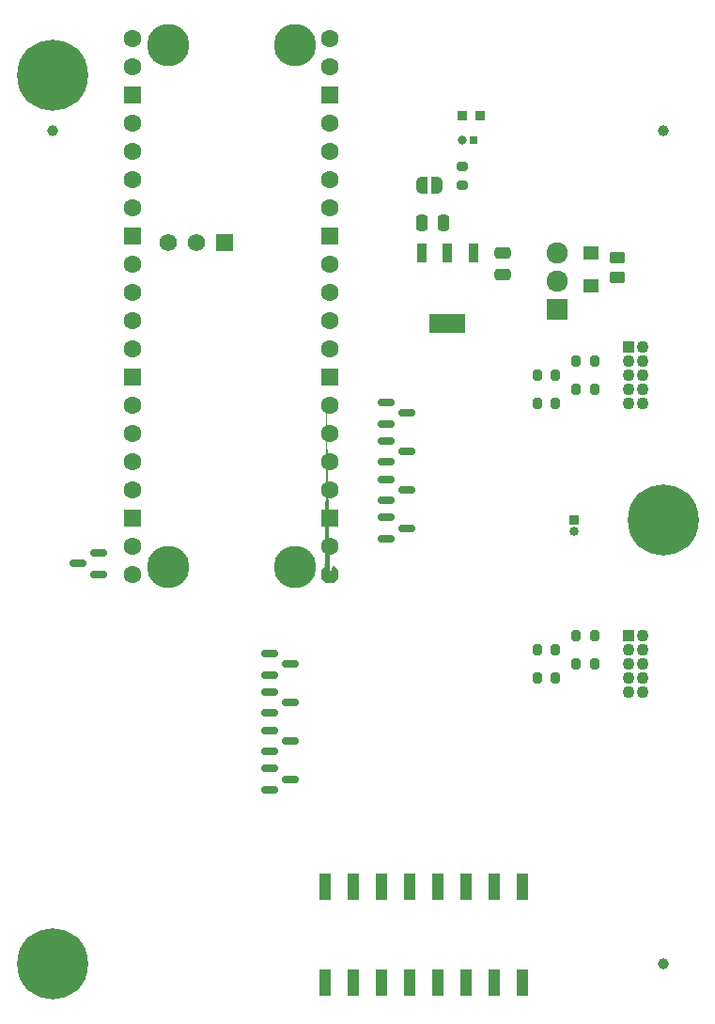
<source format=gbr>
%TF.GenerationSoftware,KiCad,Pcbnew,(6.0.8)*%
%TF.CreationDate,2023-01-02T23:21:26-08:00*%
%TF.ProjectId,picow_ssr_control,7069636f-775f-4737-9372-5f636f6e7472,0.0.8*%
%TF.SameCoordinates,PXfbc520PY6516e80*%
%TF.FileFunction,Soldermask,Top*%
%TF.FilePolarity,Negative*%
%FSLAX46Y46*%
G04 Gerber Fmt 4.6, Leading zero omitted, Abs format (unit mm)*
G04 Created by KiCad (PCBNEW (6.0.8)) date 2023-01-02 23:21:26*
%MOMM*%
%LPD*%
G01*
G04 APERTURE LIST*
G04 Aperture macros list*
%AMRoundRect*
0 Rectangle with rounded corners*
0 $1 Rounding radius*
0 $2 $3 $4 $5 $6 $7 $8 $9 X,Y pos of 4 corners*
0 Add a 4 corners polygon primitive as box body*
4,1,4,$2,$3,$4,$5,$6,$7,$8,$9,$2,$3,0*
0 Add four circle primitives for the rounded corners*
1,1,$1+$1,$2,$3*
1,1,$1+$1,$4,$5*
1,1,$1+$1,$6,$7*
1,1,$1+$1,$8,$9*
0 Add four rect primitives between the rounded corners*
20,1,$1+$1,$2,$3,$4,$5,0*
20,1,$1+$1,$4,$5,$6,$7,0*
20,1,$1+$1,$6,$7,$8,$9,0*
20,1,$1+$1,$8,$9,$2,$3,0*%
%AMFreePoly0*
4,1,20,0.000000,0.744959,0.073905,0.744508,0.209726,0.703889,0.328688,0.626782,0.421226,0.519385,0.479903,0.390333,0.500000,0.250000,0.500000,-0.250000,0.499851,-0.262216,0.476331,-0.402017,0.414519,-0.529596,0.319384,-0.634700,0.198574,-0.708877,0.061801,-0.746166,0.000000,-0.745033,0.000000,-0.750000,-0.500000,-0.750000,-0.500000,0.750000,0.000000,0.750000,0.000000,0.744959,
0.000000,0.744959,$1*%
%AMFreePoly1*
4,1,22,0.500000,-0.750000,0.000000,-0.750000,0.000000,-0.745033,-0.079941,-0.743568,-0.215256,-0.701293,-0.333266,-0.622738,-0.424486,-0.514219,-0.481581,-0.384460,-0.499164,-0.250000,-0.500000,-0.250000,-0.500000,0.250000,-0.499164,0.250000,-0.499963,0.256109,-0.478152,0.396186,-0.417904,0.524511,-0.324060,0.630769,-0.204165,0.706417,-0.067858,0.745374,0.000000,0.744959,0.000000,0.750000,
0.500000,0.750000,0.500000,-0.750000,0.500000,-0.750000,$1*%
%AMFreePoly2*
4,1,57,0.281438,0.792513,0.314631,0.788760,0.324366,0.782642,0.335575,0.780064,0.361670,0.759195,0.389950,0.741421,0.741668,0.389704,0.759398,0.361385,0.780215,0.335261,0.782772,0.324050,0.788875,0.314303,0.792571,0.281098,0.800000,0.248529,0.800000,-0.248878,0.792513,-0.281438,0.788760,-0.314632,0.782641,-0.324367,0.780064,-0.335575,0.759196,-0.361669,0.741421,-0.389950,
0.389704,-0.741668,0.361385,-0.759398,0.335261,-0.780215,0.324050,-0.782772,0.314303,-0.788875,0.281098,-0.792571,0.248529,-0.800000,-0.248878,-0.800000,-0.281438,-0.792513,-0.314632,-0.788760,-0.324367,-0.782641,-0.335575,-0.780064,-0.361669,-0.759196,-0.389950,-0.741421,-0.741668,-0.389704,-0.759398,-0.361385,-0.780215,-0.335261,-0.782772,-0.324050,-0.788875,-0.314303,-0.792571,-0.281098,
-0.800000,-0.248529,-0.800000,0.248878,-0.792513,0.281438,-0.788760,0.314631,-0.782642,0.324366,-0.780064,0.335575,-0.759195,0.361670,-0.741421,0.389950,-0.389704,0.741668,-0.361385,0.759398,-0.335261,0.780215,-0.324050,0.782772,-0.314303,0.788875,-0.281098,0.792571,-0.248529,0.800000,0.248878,0.800000,0.281438,0.792513,0.281438,0.792513,$1*%
G04 Aperture macros list end*
%ADD10R,0.950000X1.750000*%
%ADD11R,3.200000X1.750000*%
%ADD12R,0.850000X0.850000*%
%ADD13O,0.850000X0.850000*%
%ADD14RoundRect,0.200000X0.200000X0.275000X-0.200000X0.275000X-0.200000X-0.275000X0.200000X-0.275000X0*%
%ADD15RoundRect,0.200000X-0.200000X-0.275000X0.200000X-0.275000X0.200000X0.275000X-0.200000X0.275000X0*%
%ADD16RoundRect,0.150000X-0.587500X-0.150000X0.587500X-0.150000X0.587500X0.150000X-0.587500X0.150000X0*%
%ADD17C,1.090000*%
%ADD18R,1.090000X1.090000*%
%ADD19RoundRect,0.150000X0.587500X0.150000X-0.587500X0.150000X-0.587500X-0.150000X0.587500X-0.150000X0*%
%ADD20RoundRect,0.250000X-0.250000X-0.475000X0.250000X-0.475000X0.250000X0.475000X-0.250000X0.475000X0*%
%ADD21C,1.000000*%
%ADD22R,1.130000X2.440000*%
%ADD23RoundRect,0.200000X0.275000X-0.200000X0.275000X0.200000X-0.275000X0.200000X-0.275000X-0.200000X0*%
%ADD24RoundRect,0.250000X0.450000X-0.262500X0.450000X0.262500X-0.450000X0.262500X-0.450000X-0.262500X0*%
%ADD25C,0.800000*%
%ADD26C,6.400000*%
%ADD27RoundRect,0.250000X-0.475000X0.250000X-0.475000X-0.250000X0.475000X-0.250000X0.475000X0.250000X0*%
%ADD28R,0.800000X0.800000*%
%ADD29C,1.920000*%
%ADD30R,1.920000X1.920000*%
%ADD31R,1.400000X1.300000*%
%ADD32R,0.900000X0.950000*%
%ADD33FreePoly0,0.000000*%
%ADD34FreePoly1,0.000000*%
%ADD35C,3.800000*%
%ADD36FreePoly2,180.000000*%
%ADD37C,1.600000*%
%ADD38RoundRect,0.200000X0.600000X0.600000X-0.600000X0.600000X-0.600000X-0.600000X0.600000X-0.600000X0*%
%ADD39R,1.574800X1.574800*%
%ADD40C,1.574800*%
G04 APERTURE END LIST*
D10*
%TO.C,REG1*%
X42900000Y69000000D03*
X40600000Y69000000D03*
X38300000Y69000000D03*
D11*
X40600000Y62700000D03*
%TD*%
D12*
%TO.C,JS2*%
X52000000Y45000000D03*
D13*
X52000000Y44000000D03*
%TD*%
D14*
%TO.C,RS4*%
X50325000Y55460000D03*
X48675000Y55460000D03*
%TD*%
D15*
%TO.C,RS7*%
X48675000Y33270000D03*
X50325000Y33270000D03*
%TD*%
D16*
%TO.C,QD8*%
X24562500Y32950000D03*
X24562500Y31050000D03*
X26437500Y32000000D03*
%TD*%
D17*
%TO.C,JCNTL2*%
X58135000Y29460000D03*
X56865000Y29460000D03*
X58135000Y30730000D03*
X56865000Y30730000D03*
X58135000Y32000000D03*
X56865000Y32000000D03*
X58135000Y33270000D03*
X56865000Y33270000D03*
X58135000Y34540000D03*
D18*
X56865000Y34540000D03*
%TD*%
D15*
%TO.C,RS1*%
X52175000Y59270000D03*
X53825000Y59270000D03*
%TD*%
D19*
%TO.C,Q2*%
X9137500Y40100000D03*
X9137500Y42000000D03*
X7262500Y41050000D03*
%TD*%
D15*
%TO.C,RS5*%
X48675000Y30730000D03*
X50325000Y30730000D03*
%TD*%
%TO.C,RS2*%
X48675000Y58000000D03*
X50325000Y58000000D03*
%TD*%
D20*
%TO.C,C2*%
X40200000Y71750000D03*
X38300000Y71750000D03*
%TD*%
D21*
%TO.C,FID1*%
X5000000Y80000000D03*
%TD*%
D22*
%TO.C,S1*%
X29600000Y11950000D03*
X32140000Y11950000D03*
X34680000Y11950000D03*
X37220000Y11950000D03*
X39760000Y11950000D03*
X42300000Y11950000D03*
X44840000Y11950000D03*
X47380000Y11950000D03*
X47380000Y3350000D03*
X44840000Y3350000D03*
X42300000Y3350000D03*
X39760000Y3350000D03*
X37220000Y3350000D03*
X34680000Y3350000D03*
X32140000Y3350000D03*
X29600000Y3350000D03*
%TD*%
D21*
%TO.C,FID3*%
X60000000Y5000000D03*
%TD*%
D23*
%TO.C,RL1*%
X41950000Y76800000D03*
X41950000Y75150000D03*
%TD*%
D24*
%TO.C,RP1*%
X55850000Y68622500D03*
X55850000Y66797500D03*
%TD*%
D25*
%TO.C,H2*%
X2600000Y5000000D03*
X6697056Y6697056D03*
X3302944Y3302944D03*
X7400000Y5000000D03*
D26*
X5000000Y5000000D03*
D25*
X5000000Y7400000D03*
X5000000Y2600000D03*
X3302944Y6697056D03*
X6697056Y3302944D03*
%TD*%
%TO.C,H1*%
X5000000Y82600000D03*
D26*
X5000000Y85000000D03*
D25*
X7400000Y85000000D03*
X5000000Y87400000D03*
X3302944Y86697056D03*
X2600000Y85000000D03*
X6697056Y86697056D03*
X6697056Y83302944D03*
X3302944Y83302944D03*
%TD*%
D15*
%TO.C,RS6*%
X52175000Y32000000D03*
X53825000Y32000000D03*
%TD*%
D16*
%TO.C,QD2*%
X35062500Y52100000D03*
X35062500Y50200000D03*
X36937500Y51150000D03*
%TD*%
%TO.C,QD1*%
X36937500Y54600000D03*
X35062500Y53650000D03*
X35062500Y55550000D03*
%TD*%
D27*
%TO.C,C1*%
X45550000Y67100000D03*
X45550000Y69000000D03*
%TD*%
D25*
%TO.C,JL1*%
X41950000Y79150000D03*
D28*
X42950000Y79150000D03*
%TD*%
D16*
%TO.C,QD6*%
X26437500Y25100000D03*
X24562500Y24150000D03*
X24562500Y26050000D03*
%TD*%
D29*
%TO.C,Q1*%
X50500000Y69000000D03*
X50500000Y66460000D03*
D30*
X50500000Y63920000D03*
%TD*%
D15*
%TO.C,RS8*%
X52175000Y34540000D03*
X53825000Y34540000D03*
%TD*%
%TO.C,RS3*%
X52175000Y56730000D03*
X53825000Y56730000D03*
%TD*%
D16*
%TO.C,QD4*%
X35062500Y45200000D03*
X35062500Y43300000D03*
X36937500Y44250000D03*
%TD*%
D31*
%TO.C,ZD1*%
X53550000Y66100000D03*
X53550000Y69000000D03*
%TD*%
D32*
%TO.C,LP1*%
X41950000Y81400000D03*
X43550000Y81400000D03*
%TD*%
D21*
%TO.C,FID2*%
X60000000Y80000000D03*
%TD*%
D17*
%TO.C,JCNTL1*%
X58135000Y55460000D03*
X56865000Y55460000D03*
X58135000Y56730000D03*
X56865000Y56730000D03*
X58135000Y58000000D03*
X56865000Y58000000D03*
X58135000Y59270000D03*
X56865000Y59270000D03*
X58135000Y60540000D03*
D18*
X56865000Y60540000D03*
%TD*%
D25*
%TO.C,H3*%
X60000000Y47400000D03*
X60000000Y42600000D03*
X61697056Y43302944D03*
X58302944Y43302944D03*
X61697056Y46697056D03*
X58302944Y46697056D03*
X62400000Y45000000D03*
X57600000Y45000000D03*
D26*
X60000000Y45000000D03*
%TD*%
D16*
%TO.C,QD3*%
X35062500Y48650000D03*
X35062500Y46750000D03*
X36937500Y47700000D03*
%TD*%
%TO.C,QD5*%
X26437500Y21650000D03*
X24562500Y20700000D03*
X24562500Y22600000D03*
%TD*%
D33*
%TO.C,JP1*%
X39600000Y75150000D03*
D34*
X38300000Y75150000D03*
%TD*%
D35*
%TO.C,U1*%
X26810000Y87730000D03*
X15410000Y40730000D03*
X26810000Y40730000D03*
X15410000Y87730000D03*
D36*
X30000000Y40100000D03*
D37*
X30000000Y42640000D03*
D38*
X30000000Y45180000D03*
D37*
X30000000Y47720000D03*
X30000000Y50260000D03*
X30000000Y52800000D03*
X30000000Y55340000D03*
D38*
X30000000Y57880000D03*
D37*
X30000000Y60420000D03*
X30000000Y62960000D03*
X30000000Y65500000D03*
X30000000Y68040000D03*
D38*
X30000000Y70580000D03*
D37*
X30000000Y73120000D03*
X30000000Y75660000D03*
X30000000Y78200000D03*
X30000000Y80740000D03*
D38*
X30000000Y83280000D03*
D37*
X30000000Y85820000D03*
X30000000Y88360000D03*
X12220000Y88360000D03*
X12220000Y85820000D03*
D38*
X12220000Y83280000D03*
D37*
X12220000Y80740000D03*
X12220000Y78200000D03*
X12220000Y75660000D03*
X12220000Y73120000D03*
D38*
X12220000Y70580000D03*
D37*
X12220000Y68040000D03*
X12220000Y65500000D03*
X12220000Y62960000D03*
X12220000Y60420000D03*
D38*
X12220000Y57880000D03*
D37*
X12220000Y55340000D03*
X12220000Y52800000D03*
X12220000Y50260000D03*
X12220000Y47720000D03*
D38*
X12220000Y45180000D03*
D37*
X12220000Y42640000D03*
X12220000Y40100000D03*
D39*
X20525800Y69930000D03*
D40*
X17985800Y69930000D03*
X15445800Y69930000D03*
%TD*%
D16*
%TO.C,QD7*%
X24562500Y29500000D03*
X24562500Y27600000D03*
X26437500Y28550000D03*
%TD*%
M02*

</source>
